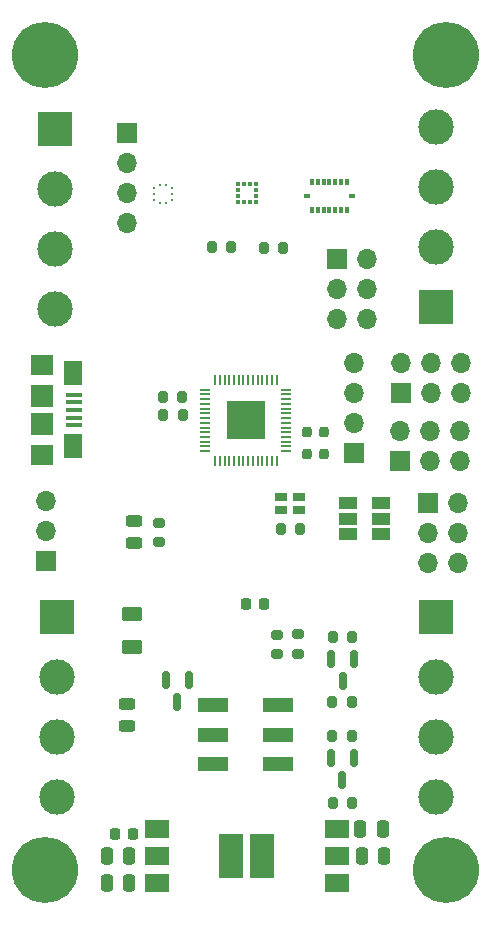
<source format=gbr>
%TF.GenerationSoftware,KiCad,Pcbnew,7.0.5*%
%TF.CreationDate,2023-08-27T23:52:23-07:00*%
%TF.ProjectId,Lyra V2,4c797261-2056-4322-9e6b-696361645f70,rev?*%
%TF.SameCoordinates,Original*%
%TF.FileFunction,Soldermask,Top*%
%TF.FilePolarity,Negative*%
%FSLAX46Y46*%
G04 Gerber Fmt 4.6, Leading zero omitted, Abs format (unit mm)*
G04 Created by KiCad (PCBNEW 7.0.5) date 2023-08-27 23:52:23*
%MOMM*%
%LPD*%
G01*
G04 APERTURE LIST*
G04 Aperture macros list*
%AMRoundRect*
0 Rectangle with rounded corners*
0 $1 Rounding radius*
0 $2 $3 $4 $5 $6 $7 $8 $9 X,Y pos of 4 corners*
0 Add a 4 corners polygon primitive as box body*
4,1,4,$2,$3,$4,$5,$6,$7,$8,$9,$2,$3,0*
0 Add four circle primitives for the rounded corners*
1,1,$1+$1,$2,$3*
1,1,$1+$1,$4,$5*
1,1,$1+$1,$6,$7*
1,1,$1+$1,$8,$9*
0 Add four rect primitives between the rounded corners*
20,1,$1+$1,$2,$3,$4,$5,0*
20,1,$1+$1,$4,$5,$6,$7,0*
20,1,$1+$1,$6,$7,$8,$9,0*
20,1,$1+$1,$8,$9,$2,$3,0*%
G04 Aperture macros list end*
%ADD10R,3.200000X3.200000*%
%ADD11RoundRect,0.050000X0.387500X-0.050000X0.387500X0.050000X-0.387500X0.050000X-0.387500X-0.050000X0*%
%ADD12RoundRect,0.050000X0.050000X-0.387500X0.050000X0.387500X-0.050000X0.387500X-0.050000X-0.387500X0*%
%ADD13R,3.000000X3.000000*%
%ADD14C,3.000000*%
%ADD15R,1.700000X1.700000*%
%ADD16O,1.700000X1.700000*%
%ADD17RoundRect,0.200000X0.200000X0.275000X-0.200000X0.275000X-0.200000X-0.275000X0.200000X-0.275000X0*%
%ADD18RoundRect,0.243750X0.456250X-0.243750X0.456250X0.243750X-0.456250X0.243750X-0.456250X-0.243750X0*%
%ADD19R,0.250000X0.275000*%
%ADD20R,0.275000X0.250000*%
%ADD21RoundRect,0.150000X-0.150000X0.587500X-0.150000X-0.587500X0.150000X-0.587500X0.150000X0.587500X0*%
%ADD22RoundRect,0.225000X0.225000X0.250000X-0.225000X0.250000X-0.225000X-0.250000X0.225000X-0.250000X0*%
%ADD23R,2.000000X1.500000*%
%ADD24R,2.000000X3.800000*%
%ADD25R,0.375000X0.350000*%
%ADD26R,0.350000X0.375000*%
%ADD27RoundRect,0.243750X-0.456250X0.243750X-0.456250X-0.243750X0.456250X-0.243750X0.456250X0.243750X0*%
%ADD28RoundRect,0.200000X-0.200000X-0.275000X0.200000X-0.275000X0.200000X0.275000X-0.200000X0.275000X0*%
%ADD29RoundRect,0.250000X-0.250000X-0.475000X0.250000X-0.475000X0.250000X0.475000X-0.250000X0.475000X0*%
%ADD30R,2.500000X1.200000*%
%ADD31C,5.600000*%
%ADD32RoundRect,0.200000X0.275000X-0.200000X0.275000X0.200000X-0.275000X0.200000X-0.275000X-0.200000X0*%
%ADD33RoundRect,0.200000X0.200000X0.250000X-0.200000X0.250000X-0.200000X-0.250000X0.200000X-0.250000X0*%
%ADD34R,1.500000X1.000000*%
%ADD35R,0.350000X0.590000*%
%ADD36R,0.590000X0.350000*%
%ADD37RoundRect,0.250000X0.250000X0.475000X-0.250000X0.475000X-0.250000X-0.475000X0.250000X-0.475000X0*%
%ADD38R,1.000000X0.800000*%
%ADD39R,1.900000X1.800000*%
%ADD40R,1.900000X1.900000*%
%ADD41R,1.600000X2.100000*%
%ADD42R,1.350000X0.400000*%
%ADD43RoundRect,0.250000X0.625000X-0.375000X0.625000X0.375000X-0.625000X0.375000X-0.625000X-0.375000X0*%
%ADD44RoundRect,0.200000X-0.275000X0.200000X-0.275000X-0.200000X0.275000X-0.200000X0.275000X0.200000X0*%
G04 APERTURE END LIST*
D10*
%TO.C,U6*%
X119921900Y-96097600D03*
D11*
X116484400Y-98697600D03*
X116484400Y-98297600D03*
X116484400Y-97897600D03*
X116484400Y-97497600D03*
X116484400Y-97097600D03*
X116484400Y-96697600D03*
X116484400Y-96297600D03*
X116484400Y-95897600D03*
X116484400Y-95497600D03*
X116484400Y-95097600D03*
X116484400Y-94697600D03*
X116484400Y-94297600D03*
X116484400Y-93897600D03*
X116484400Y-93497600D03*
D12*
X117321900Y-92660100D03*
X117721900Y-92660100D03*
X118121900Y-92660100D03*
X118521900Y-92660100D03*
X118921900Y-92660100D03*
X119321900Y-92660100D03*
X119721900Y-92660100D03*
X120121900Y-92660100D03*
X120521900Y-92660100D03*
X120921900Y-92660100D03*
X121321900Y-92660100D03*
X121721900Y-92660100D03*
X122121900Y-92660100D03*
X122521900Y-92660100D03*
D11*
X123359400Y-93497600D03*
X123359400Y-93897600D03*
X123359400Y-94297600D03*
X123359400Y-94697600D03*
X123359400Y-95097600D03*
X123359400Y-95497600D03*
X123359400Y-95897600D03*
X123359400Y-96297600D03*
X123359400Y-96697600D03*
X123359400Y-97097600D03*
X123359400Y-97497600D03*
X123359400Y-97897600D03*
X123359400Y-98297600D03*
X123359400Y-98697600D03*
D12*
X122521900Y-99535100D03*
X122121900Y-99535100D03*
X121721900Y-99535100D03*
X121321900Y-99535100D03*
X120921900Y-99535100D03*
X120521900Y-99535100D03*
X120121900Y-99535100D03*
X119721900Y-99535100D03*
X119321900Y-99535100D03*
X118921900Y-99535100D03*
X118521900Y-99535100D03*
X118121900Y-99535100D03*
X117721900Y-99535100D03*
X117321900Y-99535100D03*
%TD*%
D13*
%TO.C,J5*%
X136017000Y-86487000D03*
D14*
X136017000Y-81407000D03*
X136017000Y-76327000D03*
X136017000Y-71247000D03*
%TD*%
D13*
%TO.C,J2*%
X103784400Y-71399400D03*
D14*
X103784400Y-76479400D03*
X103784400Y-81559400D03*
X103784400Y-86639400D03*
%TD*%
D15*
%TO.C,J4*%
X135356600Y-103098600D03*
D16*
X137896600Y-103098600D03*
X135356600Y-105638600D03*
X137896600Y-105638600D03*
X135356600Y-108178600D03*
X137896600Y-108178600D03*
%TD*%
D15*
%TO.C,J10*%
X109829600Y-71780400D03*
D16*
X109829600Y-74320400D03*
X109829600Y-76860400D03*
X109829600Y-79400400D03*
%TD*%
D15*
%TO.C,J11*%
X129108200Y-98856800D03*
D16*
X129108200Y-96316800D03*
X129108200Y-93776800D03*
X129108200Y-91236800D03*
%TD*%
D17*
%TO.C,R12*%
X124523000Y-105308400D03*
X122873000Y-105308400D03*
%TD*%
D15*
%TO.C,J12*%
X102998400Y-108013999D03*
D16*
X102998400Y-105473999D03*
X102998400Y-102933999D03*
%TD*%
D18*
%TO.C,D1*%
X109825000Y-121987500D03*
X109825000Y-120112500D03*
%TD*%
D19*
%TO.C,U4*%
X113137500Y-76137500D03*
X112637500Y-76137500D03*
D20*
X112125000Y-76400000D03*
X112125000Y-76900000D03*
X112125000Y-77400000D03*
D19*
X112637500Y-77662500D03*
X113137500Y-77662500D03*
D20*
X113650000Y-77400000D03*
X113650000Y-76900000D03*
X113650000Y-76400000D03*
%TD*%
D21*
%TO.C,Q3*%
X129050000Y-124700000D03*
X127150000Y-124700000D03*
X128100000Y-126575000D03*
%TD*%
D22*
%TO.C,C14*%
X121475800Y-111633000D03*
X119925800Y-111633000D03*
%TD*%
D23*
%TO.C,U1*%
X112400000Y-130650000D03*
X112400000Y-132950000D03*
D24*
X118700000Y-132950000D03*
D23*
X112400000Y-135250000D03*
%TD*%
D25*
%TO.C,U3*%
X119225000Y-76100000D03*
X119225000Y-76600000D03*
X119225000Y-77100000D03*
X119225000Y-77600000D03*
D26*
X119737500Y-77612500D03*
X120237500Y-77612500D03*
D25*
X120750000Y-77600000D03*
X120750000Y-77100000D03*
X120750000Y-76600000D03*
X120750000Y-76100000D03*
D26*
X120237500Y-76087500D03*
X119737500Y-76087500D03*
%TD*%
D27*
%TO.C,D2*%
X110439200Y-104624900D03*
X110439200Y-106499900D03*
%TD*%
D28*
%TO.C,R2*%
X127300000Y-114400000D03*
X128950000Y-114400000D03*
%TD*%
D13*
%TO.C,J6*%
X135991600Y-112750600D03*
D14*
X135991600Y-117830600D03*
X135991600Y-122910600D03*
X135991600Y-127990600D03*
%TD*%
D29*
%TO.C,C4*%
X129600000Y-130650000D03*
X131500000Y-130650000D03*
%TD*%
D17*
%TO.C,R4*%
X128900000Y-119975000D03*
X127250000Y-119975000D03*
%TD*%
D30*
%TO.C,SW1*%
X122650000Y-125200000D03*
X122650000Y-122700000D03*
X122650000Y-120200000D03*
X117150000Y-120200000D03*
X117150000Y-122700000D03*
X117150000Y-125200000D03*
%TD*%
D31*
%TO.C,H3*%
X136900000Y-134150000D03*
%TD*%
D32*
%TO.C,R10*%
X124325000Y-115850000D03*
X124325000Y-114200000D03*
%TD*%
D13*
%TO.C,J3*%
X103911400Y-112725200D03*
D14*
X103911400Y-117805200D03*
X103911400Y-122885200D03*
X103911400Y-127965200D03*
%TD*%
D31*
%TO.C,H4*%
X102900000Y-134150000D03*
%TD*%
D28*
%TO.C,R3*%
X127250000Y-122800000D03*
X128900000Y-122800000D03*
%TD*%
D31*
%TO.C,H2*%
X136850000Y-65150000D03*
%TD*%
D33*
%TO.C,X1*%
X126568200Y-98903400D03*
X126568200Y-97053400D03*
X125118200Y-97053400D03*
X125118200Y-98903400D03*
%TD*%
D21*
%TO.C,Q1*%
X115075000Y-118100000D03*
X113175000Y-118100000D03*
X114125000Y-119975000D03*
%TD*%
D17*
%TO.C,R18*%
X123100600Y-81534000D03*
X121450600Y-81534000D03*
%TD*%
D23*
%TO.C,U2*%
X127600000Y-135250000D03*
X127600000Y-132950000D03*
D24*
X121300000Y-132950000D03*
D23*
X127600000Y-130650000D03*
%TD*%
D29*
%TO.C,C8*%
X129725000Y-132975000D03*
X131625000Y-132975000D03*
%TD*%
D34*
%TO.C,JP4*%
X128600000Y-105700000D03*
X128600000Y-104400000D03*
X128600000Y-103100000D03*
%TD*%
D35*
%TO.C,U7*%
X128500000Y-78265000D03*
X128000000Y-78265000D03*
X127500000Y-78265000D03*
X127000000Y-78265000D03*
X126500000Y-78265000D03*
X126000000Y-78265000D03*
X125500000Y-78265000D03*
D36*
X125085000Y-77100000D03*
D35*
X125500000Y-75935000D03*
X126000000Y-75935000D03*
X126500000Y-75935000D03*
X127000000Y-75935000D03*
X127500000Y-75935000D03*
X128000000Y-75935000D03*
X128500000Y-75935000D03*
D36*
X128915000Y-77100000D03*
%TD*%
D32*
%TO.C,R1*%
X112539200Y-106424900D03*
X112539200Y-104774900D03*
%TD*%
D22*
%TO.C,C3*%
X110400000Y-131075000D03*
X108850000Y-131075000D03*
%TD*%
D37*
%TO.C,C2*%
X110050000Y-132950000D03*
X108150000Y-132950000D03*
%TD*%
D28*
%TO.C,R17*%
X117056400Y-81432400D03*
X118706400Y-81432400D03*
%TD*%
D38*
%TO.C,D3*%
X124434600Y-103690600D03*
X122934600Y-103690600D03*
X122934600Y-102590600D03*
X124434600Y-102590600D03*
%TD*%
D31*
%TO.C,H1*%
X102900000Y-65150000D03*
%TD*%
D39*
%TO.C,J1*%
X102707600Y-99000400D03*
D40*
X102707600Y-96400400D03*
X102707600Y-94000400D03*
D39*
X102707600Y-91400400D03*
D41*
X105257600Y-98300400D03*
X105257600Y-92100400D03*
D42*
X105382600Y-96500400D03*
X105382600Y-95850400D03*
X105382600Y-95200400D03*
X105382600Y-94550400D03*
X105382600Y-93900400D03*
%TD*%
D28*
%TO.C,R15*%
X112913200Y-95643600D03*
X114563200Y-95643600D03*
%TD*%
D15*
%TO.C,J9*%
X132969000Y-99542600D03*
D16*
X132969000Y-97002600D03*
X135509000Y-99542600D03*
X135509000Y-97002600D03*
X138049000Y-99542600D03*
X138049000Y-97002600D03*
%TD*%
D15*
%TO.C,J7*%
X127660000Y-82420000D03*
D16*
X130200000Y-82420000D03*
X127660000Y-84960000D03*
X130200000Y-84960000D03*
X127660000Y-87500000D03*
X130200000Y-87500000D03*
%TD*%
D37*
%TO.C,C1*%
X110050000Y-135300000D03*
X108150000Y-135300000D03*
%TD*%
D43*
%TO.C,F1*%
X110275000Y-115250000D03*
X110275000Y-112450000D03*
%TD*%
D21*
%TO.C,Q2*%
X129075000Y-116275000D03*
X127175000Y-116275000D03*
X128125000Y-118150000D03*
%TD*%
D15*
%TO.C,J8*%
X133045200Y-93776800D03*
D16*
X133045200Y-91236800D03*
X135585200Y-93776800D03*
X135585200Y-91236800D03*
X138125200Y-93776800D03*
X138125200Y-91236800D03*
%TD*%
D34*
%TO.C,JP3*%
X131350000Y-105725000D03*
X131350000Y-104425000D03*
X131350000Y-103125000D03*
%TD*%
D17*
%TO.C,R5*%
X128950000Y-128475000D03*
X127300000Y-128475000D03*
%TD*%
%TO.C,R16*%
X114540800Y-94081600D03*
X112890800Y-94081600D03*
%TD*%
D44*
%TO.C,R11*%
X122575000Y-114225000D03*
X122575000Y-115875000D03*
%TD*%
M02*

</source>
